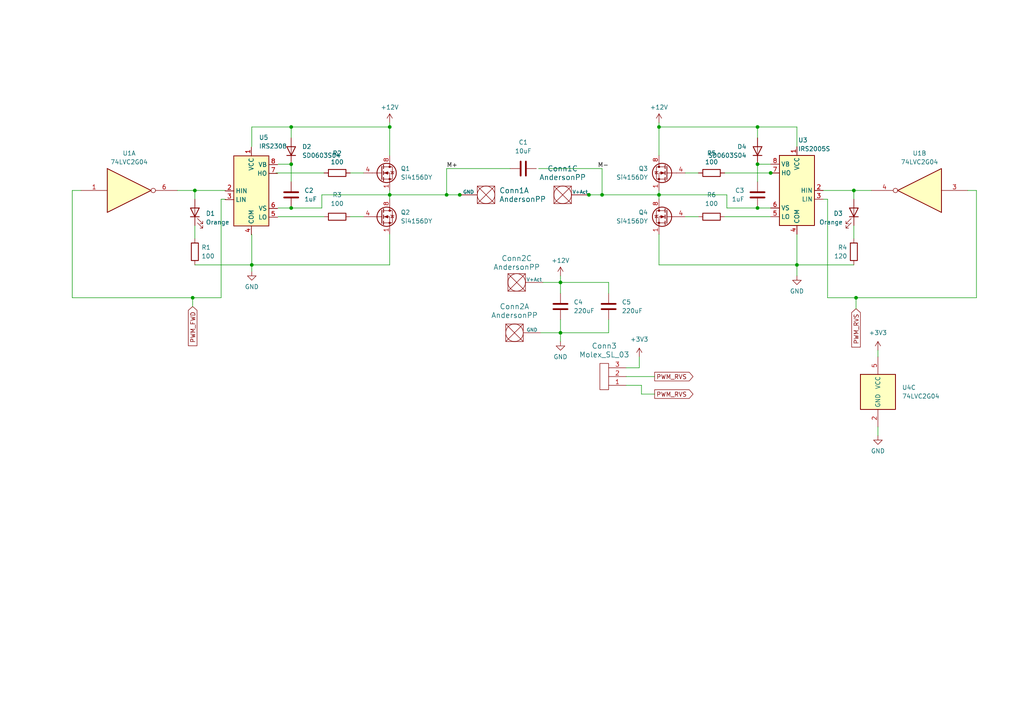
<source format=kicad_sch>
(kicad_sch (version 20230121) (generator eeschema)
  (paper "A4")
  (lib_symbols
    (symbol "74xGxx:74LVC2G04"
      (property "Reference" "U" (at 0 7.62 0))
      (property "Value" "74LVC2G04" (at 2.54 -7.62 0))
      (symbol "74LVC2G04_1_1"
        (polyline (pts (xy -7.62 6.35) (xy -7.62 -6.35) (xy 5.08 0) (xy -7.62 6.35)) (stroke (width 0.254)) (fill (type background)))
        (pin input line (at -15.24 0 0) (length 7.62) (name "~") (number "1"))
        (pin output inverted (at 12.7 0 180) (length 7.62) (name "~") (number "6"))
      )
      (symbol "74LVC2G04_2_1"
        (polyline (pts (xy -7.62 6.35) (xy -7.62 -6.35) (xy 5.08 0) (xy -7.62 6.35)) (stroke (width 0.254)) (fill (type background)))
        (pin input line (at -15.24 0 0) (length 7.62) (name "~") (number "3"))
        (pin output inverted (at 12.7 0 180) (length 7.62) (name "~") (number "4"))
      )
      (symbol "74LVC2G04_3_0"
        (rectangle (start -5.08 -5.08) (end 5.08 5.08) (stroke (width 0.254)) (fill (type background)))
      )
      (symbol "74LVC2G04_3_1"
        (pin power_in line (at 0 -10.16 90) (length 5.08) (name "GND") (number "2"))
        (pin power_in line (at 0 10.16 270) (length 5.08) (name "VCC") (number "5"))
      )
    )
    (symbol "Device:C" (pin_numbers hide) (pin_names (offset 0.254))
      (property "Reference" "C" (at 0.635 2.54 0))
      (property "Value" "C" (at 0.635 -2.54 0))
      (symbol "C_0_1"
        (polyline (pts (xy -2.032 -0.762) (xy 2.032 -0.762)) (stroke (width 0.508)))
        (polyline (pts (xy -2.032 0.762) (xy 2.032 0.762)) (stroke (width 0.508)))
      )
      (symbol "C_1_1"
        (pin passive line (at 0 3.81 270) (length 2.794) (name "~") (number "1"))
        (pin passive line (at 0 -3.81 90) (length 2.794) (name "~") (number "2"))
      )
    )
    (symbol "Device:D" (pin_numbers hide) (pin_names (offset 1.016) hide)
      (property "Reference" "D" (at 0 2.54 0))
      (property "Value" "D" (at 0 -2.54 0))
      (symbol "D_0_1"
        (polyline (pts (xy -1.27 1.27) (xy -1.27 -1.27)) (stroke (width 0.254)))
        (polyline (pts (xy 1.27 0) (xy -1.27 0)))
        (polyline (pts (xy 1.27 1.27) (xy 1.27 -1.27) (xy -1.27 0) (xy 1.27 1.27)) (stroke (width 0.254)))
      )
      (symbol "D_1_1"
        (pin passive line (at -3.81 0 0) (length 2.54) (name "K") (number "1"))
        (pin passive line (at 3.81 0 180) (length 2.54) (name "A") (number "2"))
      )
    )
    (symbol "Device:LED" (pin_numbers hide) (pin_names (offset 1.016) hide)
      (property "Reference" "D" (at 0 2.54 0))
      (property "Value" "LED" (at 0 -2.54 0))
      (symbol "LED_0_1"
        (polyline (pts (xy -1.27 -1.27) (xy -1.27 1.27)) (stroke (width 0.254)))
        (polyline (pts (xy -1.27 0) (xy 1.27 0)))
        (polyline (pts (xy 1.27 -1.27) (xy 1.27 1.27) (xy -1.27 0) (xy 1.27 -1.27)) (stroke (width 0.254)))
        (polyline (pts (xy -3.048 -0.762) (xy -4.572 -2.286) (xy -3.81 -2.286) (xy -4.572 -2.286) (xy -4.572 -1.524)))
        (polyline (pts (xy -1.778 -0.762) (xy -3.302 -2.286) (xy -2.54 -2.286) (xy -3.302 -2.286) (xy -3.302 -1.524)))
      )
      (symbol "LED_1_1"
        (pin passive line (at -3.81 0 0) (length 2.54) (name "K") (number "1"))
        (pin passive line (at 3.81 0 180) (length 2.54) (name "A") (number "2"))
      )
    )
    (symbol "Device:R" (pin_numbers hide) (pin_names (offset 0))
      (property "Reference" "R" (at 2.032 0 90))
      (property "Value" "R" (at 0 0 90))
      (symbol "R_0_1"
        (rectangle (start -1.016 -2.54) (end 1.016 2.54) (stroke (width 0.254)))
      )
      (symbol "R_1_1"
        (pin passive line (at 0 3.81 270) (length 1.27) (name "~") (number "1"))
        (pin passive line (at 0 -3.81 90) (length 1.27) (name "~") (number "2"))
      )
    )
    (symbol "Driver_FET:IRS2005S"
      (property "Reference" "U" (at 1.27 13.335 0))
      (property "Value" "IRS2005S" (at 1.27 11.43 0))
      (symbol "IRS2005S_0_1"
        (rectangle (start -5.08 -10.16) (end 5.08 10.16) (stroke (width 0.254)) (fill (type background)))
      )
      (symbol "IRS2005S_1_1"
        (pin power_in line (at 0 12.7 270) (length 2.54) (name "VCC") (number "1"))
        (pin input line (at -7.62 0 0) (length 2.54) (name "HIN") (number "2"))
        (pin input line (at -7.62 -2.54 0) (length 2.54) (name "LIN") (number "3"))
        (pin power_in line (at 0 -12.7 90) (length 2.54) (name "COM") (number "4"))
        (pin output line (at 7.62 -7.62 180) (length 2.54) (name "LO") (number "5"))
        (pin passive line (at 7.62 -5.08 180) (length 2.54) (name "VS") (number "6"))
        (pin output line (at 7.62 5.08 180) (length 2.54) (name "HO") (number "7"))
        (pin passive line (at 7.62 7.62 180) (length 2.54) (name "VB") (number "8"))
      )
    )
    (symbol "Driver_FET:IRS2308"
      (property "Reference" "U" (at 1.27 13.335 0))
      (property "Value" "IRS2308" (at 1.27 11.43 0))
      (symbol "IRS2308_0_1"
        (rectangle (start -5.08 -10.16) (end 5.08 10.16) (stroke (width 0.254)) (fill (type background)))
      )
      (symbol "IRS2308_1_1"
        (pin power_in line (at 0 12.7 270) (length 2.54) (name "VCC") (number "1"))
        (pin input line (at -7.62 0 0) (length 2.54) (name "HIN") (number "2"))
        (pin input line (at -7.62 -2.54 0) (length 2.54) (name "LIN") (number "3"))
        (pin power_in line (at 0 -12.7 90) (length 2.54) (name "COM") (number "4"))
        (pin output line (at 7.62 -7.62 180) (length 2.54) (name "LO") (number "5"))
        (pin passive line (at 7.62 -5.08 180) (length 2.54) (name "VS") (number "6"))
        (pin output line (at 7.62 5.08 180) (length 2.54) (name "HO") (number "7"))
        (pin passive line (at 7.62 7.62 180) (length 2.54) (name "VB") (number "8"))
      )
    )
    (symbol "MRDT_Connectors:AndersonPP" (pin_numbers hide) (pin_names (offset 0))
      (property "Reference" "Conn" (at 3.81 -1.27 0))
      (property "Value" "AndersonPP" (at 2.54 6.35 0))
      (symbol "AndersonPP_0_1"
        (polyline (pts (xy 0 5.08) (xy 5.08 0)))
        (polyline (pts (xy 5.08 5.08) (xy 0 0)))
        (rectangle (start 0 0) (end 5.08 5.08))
        (circle (center 2.54 2.54) (radius 2.54))
      )
      (symbol "AndersonPP_1_1"
        (pin input line (at 10.16 2.54 180) (length 5.08) (name "GND") (number "1"))
      )
      (symbol "AndersonPP_2_1"
        (pin input line (at 10.16 2.54 180) (length 5.08) (name "V+Log") (number "2"))
      )
      (symbol "AndersonPP_3_1"
        (pin input line (at 10.16 2.54 180) (length 5.08) (name "V+Act") (number "3"))
      )
      (symbol "AndersonPP_4_1"
        (pin input line (at 10.16 2.54 180) (length 5.08) (name "PV+") (number "4"))
      )
      (symbol "AndersonPP_5_1"
        (pin input line (at 10.16 2.54 180) (length 5.08) (name "~") (number "1"))
      )
    )
    (symbol "MRDT_Connectors:Molex_SL_03" (pin_names (offset 1.016))
      (property "Reference" "Conn" (at 3.81 -1.27 0))
      (property "Value" "Molex_SL_03" (at 1.27 8.89 0))
      (symbol "Molex_SL_03_0_1"
        (rectangle (start 0 7.62) (end 2.54 0))
      )
      (symbol "Molex_SL_03_1_1"
        (pin input line (at -5.08 6.35 0) (length 5.08) (name "~") (number "1"))
        (pin input line (at -5.08 3.81 0) (length 5.08) (name "~") (number "2"))
        (pin input line (at -5.08 1.27 0) (length 5.08) (name "~") (number "3"))
      )
    )
    (symbol "Transistor_FET:Si4162DY" (pin_names hide)
      (property "Reference" "Q" (at 5.08 2.54 0))
      (property "Value" "Si4162DY" (at 5.08 0 0))
      (symbol "Si4162DY_0_1"
        (polyline (pts (xy 0.254 0) (xy -2.54 0)))
        (polyline (pts (xy 0.254 1.905) (xy 0.254 -1.905)) (stroke (width 0.254)))
        (polyline (pts (xy 0.762 -1.27) (xy 0.762 -2.286)) (stroke (width 0.254)))
        (polyline (pts (xy 0.762 0.508) (xy 0.762 -0.508)) (stroke (width 0.254)))
        (polyline (pts (xy 0.762 2.286) (xy 0.762 1.27)) (stroke (width 0.254)))
        (polyline (pts (xy 2.54 2.54) (xy 2.54 1.778)))
        (polyline (pts (xy 2.54 -2.54) (xy 2.54 0) (xy 0.762 0)))
        (polyline (pts (xy 0.762 -1.778) (xy 3.302 -1.778) (xy 3.302 1.778) (xy 0.762 1.778)))
        (polyline (pts (xy 1.016 0) (xy 2.032 0.381) (xy 2.032 -0.381) (xy 1.016 0)) (fill (type outline)))
        (polyline (pts (xy 2.794 0.508) (xy 2.921 0.381) (xy 3.683 0.381) (xy 3.81 0.254)))
        (polyline (pts (xy 3.302 0.381) (xy 2.921 -0.254) (xy 3.683 -0.254) (xy 3.302 0.381)))
        (circle (center 1.651 0) (radius 2.794) (stroke (width 0.254)))
        (circle (center 2.54 -1.778) (radius 0.254) (fill (type outline)))
        (circle (center 2.54 1.778) (radius 0.254) (fill (type outline)))
      )
      (symbol "Si4162DY_1_1"
        (pin passive line (at 2.54 -5.08 90) (length 2.54) (name "S") (number "1"))
        (pin passive line (at 2.54 -5.08 90) (length 2.54) hide (name "S") (number "2"))
        (pin passive line (at 2.54 -5.08 90) (length 2.54) hide (name "S") (number "3"))
        (pin input line (at -5.08 0 0) (length 2.54) (name "G") (number "4"))
        (pin passive line (at 2.54 5.08 270) (length 2.54) hide (name "D") (number "5"))
        (pin passive line (at 2.54 5.08 270) (length 2.54) hide (name "D") (number "6"))
        (pin passive line (at 2.54 5.08 270) (length 2.54) hide (name "D") (number "7"))
        (pin passive line (at 2.54 5.08 270) (length 2.54) (name "D") (number "8"))
      )
    )
    (symbol "power:+12V" (power) (pin_names (offset 0))
      (property "Value" "+12V" (at 0 3.556 0))
      (symbol "+12V_0_1"
        (polyline (pts (xy -0.762 1.27) (xy 0 2.54)))
        (polyline (pts (xy 0 0) (xy 0 2.54)))
        (polyline (pts (xy 0 2.54) (xy 0.762 1.27)))
      )
      (symbol "+12V_1_1"
        (pin power_in line (at 0 0 90) (length 0) hide (name "+12V") (number "1"))
      )
    )
    (symbol "power:+3V3" (power) (pin_names (offset 0))
      (property "Value" "+3V3" (at 0 3.556 0))
      (symbol "+3V3_0_1"
        (polyline (pts (xy -0.762 1.27) (xy 0 2.54)))
        (polyline (pts (xy 0 0) (xy 0 2.54)))
        (polyline (pts (xy 0 2.54) (xy 0.762 1.27)))
      )
      (symbol "+3V3_1_1"
        (pin power_in line (at 0 0 90) (length 0) hide (name "+3V3") (number "1"))
      )
    )
    (symbol "power:GND" (power) (pin_names (offset 0))
      (property "Value" "GND" (at 0 -3.81 0))
      (symbol "GND_0_1"
        (polyline (pts (xy 0 0) (xy 0 -1.27) (xy 1.27 -1.27) (xy 0 -2.54) (xy -1.27 -1.27) (xy 0 -1.27)))
      )
      (symbol "GND_1_1"
        (pin power_in line (at 0 0 270) (length 0) hide (name "GND") (number "1"))
      )
    )
  )
  (junction (at 170.815 56.515))
  (junction (at 84.455 47.625))
  (junction (at 191.135 36.83))
  (junction (at 219.71 36.83))
  (junction (at 247.65 55.245))
  (junction (at 162.56 96.52))
  (junction (at 162.56 81.915))
  (junction (at 55.88 86.36))
  (junction (at 113.03 56.515))
  (junction (at 84.455 36.83))
  (junction (at 129.54 56.515))
  (junction (at 73.025 76.835))
  (junction (at 133.35 56.515))
  (junction (at 174.625 56.515))
  (junction (at 84.455 60.325))
  (junction (at 219.71 60.325))
  (junction (at 113.03 36.83))
  (junction (at 223.52 50.165))
  (junction (at 231.14 76.835))
  (junction (at 56.515 55.245))
  (junction (at 219.71 47.625))
  (junction (at 191.135 56.515))
  (junction (at 248.285 86.36))
  (wire (pts (xy 247.65 55.245) (xy 247.65 57.785)))
  (wire (pts (xy 80.645 60.325) (xy 84.455 60.325)))
  (wire (pts (xy 157.48 81.915) (xy 162.56 81.915)))
  (wire (pts (xy 191.135 76.835) (xy 231.14 76.835)))
  (wire (pts (xy 186.055 114.3) (xy 186.055 111.76)))
  (wire (pts (xy 56.515 65.405) (xy 56.515 69.215)))
  (wire (pts (xy 170.815 56.515) (xy 170.18 56.515)))
  (wire (pts (xy 247.65 55.245) (xy 238.76 55.245)))
  (wire (pts (xy 252.73 55.245) (xy 247.65 55.245)))
  (wire (pts (xy 84.455 52.705) (xy 84.455 47.625)))
  (wire (pts (xy 191.135 55.245) (xy 191.135 56.515)))
  (wire (pts (xy 210.82 56.515) (xy 191.135 56.515)))
  (wire (pts (xy 133.35 56.515) (xy 133.985 56.515)))
  (wire (pts (xy 176.53 96.52) (xy 162.56 96.52)))
  (wire (pts (xy 113.03 35.56) (xy 113.03 36.83)))
  (wire (pts (xy 181.61 109.22) (xy 189.865 109.22)))
  (wire (pts (xy 185.42 103.505) (xy 185.42 106.68)))
  (wire (pts (xy 191.135 76.835) (xy 191.135 67.945)))
  (wire (pts (xy 219.71 60.325) (xy 210.82 60.325)))
  (wire (pts (xy 113.03 45.085) (xy 113.03 36.83)))
  (wire (pts (xy 113.03 56.515) (xy 113.03 57.785)))
  (wire (pts (xy 147.955 48.895) (xy 129.54 48.895)))
  (wire (pts (xy 156.21 48.895) (xy 174.625 48.895)))
  (wire (pts (xy 223.52 62.865) (xy 210.185 62.865)))
  (wire (pts (xy 80.01 50.165) (xy 93.98 50.165)))
  (wire (pts (xy 238.76 57.785) (xy 240.03 57.785)))
  (wire (pts (xy 80.645 62.865) (xy 93.98 62.865)))
  (wire (pts (xy 186.055 114.3) (xy 189.865 114.3)))
  (wire (pts (xy 231.14 76.835) (xy 247.65 76.835)))
  (wire (pts (xy 219.71 52.705) (xy 219.71 47.625)))
  (wire (pts (xy 254.635 126.365) (xy 254.635 123.825)))
  (wire (pts (xy 186.055 111.76) (xy 181.61 111.76)))
  (wire (pts (xy 231.14 67.945) (xy 231.14 76.835)))
  (wire (pts (xy 23.495 55.245) (xy 20.955 55.245)))
  (wire (pts (xy 280.67 55.245) (xy 283.21 55.245)))
  (wire (pts (xy 84.455 36.83) (xy 84.455 40.005)))
  (wire (pts (xy 219.71 47.625) (xy 223.52 47.625)))
  (wire (pts (xy 231.14 80.01) (xy 231.14 76.835)))
  (wire (pts (xy 185.42 106.68) (xy 181.61 106.68)))
  (wire (pts (xy 248.285 89.535) (xy 248.285 86.36)))
  (wire (pts (xy 56.515 55.245) (xy 65.405 55.245)))
  (wire (pts (xy 55.88 88.9) (xy 55.88 86.36)))
  (wire (pts (xy 174.625 56.515) (xy 170.815 56.515)))
  (wire (pts (xy 73.025 76.835) (xy 113.03 76.835)))
  (wire (pts (xy 162.56 81.915) (xy 176.53 81.915)))
  (wire (pts (xy 191.135 35.56) (xy 191.135 36.83)))
  (wire (pts (xy 162.56 80.01) (xy 162.56 81.915)))
  (wire (pts (xy 219.71 36.83) (xy 219.71 40.005)))
  (wire (pts (xy 93.345 56.515) (xy 113.03 56.515)))
  (wire (pts (xy 176.53 81.915) (xy 176.53 85.09)))
  (wire (pts (xy 174.625 48.895) (xy 174.625 56.515)))
  (wire (pts (xy 73.025 76.835) (xy 73.025 78.74)))
  (wire (pts (xy 191.135 45.085) (xy 191.135 36.83)))
  (wire (pts (xy 231.14 36.83) (xy 231.14 42.545)))
  (wire (pts (xy 191.135 56.515) (xy 191.135 57.785)))
  (wire (pts (xy 219.71 36.83) (xy 191.135 36.83)))
  (wire (pts (xy 231.14 36.83) (xy 219.71 36.83)))
  (wire (pts (xy 247.65 65.405) (xy 247.65 69.215)))
  (wire (pts (xy 84.455 36.83) (xy 113.03 36.83)))
  (wire (pts (xy 73.025 67.945) (xy 73.025 76.835)))
  (wire (pts (xy 283.21 55.245) (xy 283.21 86.36)))
  (wire (pts (xy 162.56 81.915) (xy 162.56 85.09)))
  (wire (pts (xy 162.56 92.71) (xy 162.56 96.52)))
  (wire (pts (xy 223.52 60.325) (xy 219.71 60.325)))
  (wire (pts (xy 210.82 60.325) (xy 210.82 56.515)))
  (wire (pts (xy 84.455 60.325) (xy 93.345 60.325)))
  (wire (pts (xy 93.345 60.325) (xy 93.345 56.515)))
  (wire (pts (xy 20.955 86.36) (xy 55.88 86.36)))
  (wire (pts (xy 64.135 57.785) (xy 64.135 86.36)))
  (wire (pts (xy 162.56 96.52) (xy 156.845 96.52)))
  (wire (pts (xy 84.455 47.625) (xy 80.645 47.625)))
  (wire (pts (xy 224.155 50.165) (xy 223.52 50.165)))
  (wire (pts (xy 240.03 57.785) (xy 240.03 86.36)))
  (wire (pts (xy 101.6 62.865) (xy 105.41 62.865)))
  (wire (pts (xy 191.135 56.515) (xy 174.625 56.515)))
  (wire (pts (xy 51.435 55.245) (xy 56.515 55.245)))
  (wire (pts (xy 129.54 56.515) (xy 133.35 56.515)))
  (wire (pts (xy 20.955 55.245) (xy 20.955 86.36)))
  (wire (pts (xy 248.285 86.36) (xy 283.21 86.36)))
  (wire (pts (xy 162.56 96.52) (xy 162.56 99.06)))
  (wire (pts (xy 113.03 55.245) (xy 113.03 56.515)))
  (wire (pts (xy 240.03 86.36) (xy 248.285 86.36)))
  (wire (pts (xy 129.54 48.895) (xy 129.54 56.515)))
  (wire (pts (xy 223.52 50.165) (xy 210.185 50.165)))
  (wire (pts (xy 202.565 50.165) (xy 198.755 50.165)))
  (wire (pts (xy 101.6 50.165) (xy 105.41 50.165)))
  (wire (pts (xy 176.53 92.71) (xy 176.53 96.52)))
  (wire (pts (xy 65.405 57.785) (xy 64.135 57.785)))
  (wire (pts (xy 113.03 76.835) (xy 113.03 67.945)))
  (wire (pts (xy 73.025 36.83) (xy 73.025 42.545)))
  (wire (pts (xy 73.025 76.835) (xy 56.515 76.835)))
  (wire (pts (xy 56.515 55.245) (xy 56.515 57.785)))
  (wire (pts (xy 55.88 86.36) (xy 64.135 86.36)))
  (wire (pts (xy 113.03 56.515) (xy 129.54 56.515)))
  (wire (pts (xy 73.025 36.83) (xy 84.455 36.83)))
  (wire (pts (xy 254.635 101.6) (xy 254.635 103.505)))
  (wire (pts (xy 202.565 62.865) (xy 198.755 62.865)))
  (label "M-" (at 173.355 48.895 0))
  (label "M+" (at 129.54 48.895 0))
  (global_label "PWM_RVS" (shape input) (at 248.285 89.535 270) (property "Intersheetrefs" "${INTERSHEET_REFS}" (effects hide)))
  (global_label "PWM_FWD" (shape input) (at 55.88 88.9 270) (property "Intersheetrefs" "${INTERSHEET_REFS}" (effects hide)))
  (global_label "PWM_RVS" (shape output) (at 189.865 109.22 0) (property "Intersheetrefs" "${INTERSHEET_REFS}" (effects hide)))
  (global_label "PWM_RVS" (shape output) (at 189.865 114.3 0) (property "Intersheetrefs" "${INTERSHEET_REFS}" (effects hide)))
  (symbol (lib_id "Device:R") (at 97.79 62.865 90) (unit 1)
    (property "Reference" "R3" (at 97.79 56.515 90))
    (property "Value" "100" (at 97.79 59.055 90))
    (property "Footprint" "Resistor_SMD:R_0603_1608Metric_Pad0.98x0.95mm_HandSolder" (effects hide))
  )
  (symbol (lib_id "Device:R") (at 56.515 73.025 0) (unit 1)
    (property "Reference" "R1" (at 58.42 71.755 0) (effects (justify left)))
    (property "Value" "100" (at 58.42 74.295 0) (effects (justify left)))
    (property "Footprint" "Resistor_SMD:R_0603_1608Metric_Pad0.98x0.95mm_HandSolder" (effects hide))
  )
  (symbol (lib_id "MRDT_Connectors:AndersonPP") (at 143.51 53.975 180) (unit 1)
    (property "Reference" "Conn1" (at 144.78 55.245 0) (effects (font (size 1.524 1.524)) (justify right)))
    (property "Value" "AndersonPP" (at 144.78 57.785 0) (effects (font (size 1.524 1.524)) (justify right)))
  )
  (symbol (lib_id "Transistor_FET:Si4162DY") (at 193.675 62.865 0) (mirror y) (unit 1)
    (property "Reference" "Q4" (at 187.96 61.595 0) (effects (justify left)))
    (property "Value" "Si4156DY" (at 187.96 64.135 0) (effects (justify left)))
    (property "Footprint" "Package_SO:SOIC-8_3.9x4.9mm_P1.27mm" (effects hide))
    (property "Datasheet" "http://www.vishay.com/docs/68967/si4162dy.pdf" (effects hide))
  )
  (symbol (lib_id "Device:R") (at 206.375 62.865 270) (mirror x) (unit 1)
    (property "Reference" "R6" (at 206.375 56.515 90))
    (property "Value" "100" (at 206.375 59.055 90))
    (property "Footprint" "Resistor_SMD:R_0603_1608Metric_Pad0.98x0.95mm_HandSolder" (effects hide))
  )
  (symbol (lib_id "Device:LED") (at 56.515 61.595 90) (unit 1)
    (property "Reference" "D1" (at 59.69 61.9125 90) (effects (justify right)))
    (property "Value" "Orange" (at 59.69 64.4525 90) (effects (justify right)))
    (property "Footprint" "LED_SMD:LED_0603_1608Metric_Pad1.05x0.95mm_HandSolder" (effects hide))
  )
  (symbol (lib_id "Device:D") (at 84.455 43.815 90) (unit 1)
    (property "Reference" "D2" (at 87.63 42.545 90) (effects (justify right)))
    (property "Value" "SD0603S04" (at 87.63 45.085 90) (effects (justify right)))
    (property "Footprint" "Diode_SMD:D_0603_1608Metric_Pad1.05x0.95mm_HandSolder" (effects hide))
    (property "Sim.Device" "D" (effects hide))
    (property "Sim.Pins" "1=K 2=A" (effects hide))
  )
  (symbol (lib_id "Device:D") (at 219.71 43.815 270) (mirror x) (unit 1)
    (property "Reference" "D4" (at 216.535 42.545 90) (effects (justify right)))
    (property "Value" "SD0603S04" (at 216.535 45.085 90) (effects (justify right)))
    (property "Footprint" "Diode_SMD:D_0603_1608Metric_Pad1.05x0.95mm_HandSolder" (effects hide))
    (property "Sim.Device" "D" (effects hide))
    (property "Sim.Pins" "1=K 2=A" (effects hide))
  )
  (symbol (lib_id "Transistor_FET:Si4162DY") (at 110.49 50.165 0) (unit 1)
    (property "Reference" "Q1" (at 116.205 48.895 0) (effects (justify left)))
    (property "Value" "Si4156DY" (at 116.205 51.435 0) (effects (justify left)))
    (property "Footprint" "Package_SO:SOIC-8_3.9x4.9mm_P1.27mm" (effects hide))
    (property "Datasheet" "http://www.vishay.com/docs/68967/si4162dy.pdf" (effects hide))
  )
  (symbol (lib_id "74xGxx:74LVC2G04") (at 38.735 55.245 0) (unit 1)
    (property "Reference" "U1" (at 37.465 44.45 0))
    (property "Value" "74LVC2G04" (at 37.465 46.99 0))
    (property "Footprint" "Package_TO_SOT_SMD:SOT-23-6_Handsoldering" (effects hide))
    (property "Datasheet" "http://www.ti.com/lit/sg/scyt129e/scyt129e.pdf" (effects hide))
  )
  (symbol (lib_id "Device:LED") (at 247.65 61.595 270) (mirror x) (unit 1)
    (property "Reference" "D3" (at 244.475 61.9125 90) (effects (justify right)))
    (property "Value" "Orange" (at 244.475 64.4525 90) (effects (justify right)))
    (property "Footprint" "LED_SMD:LED_0603_1608Metric_Pad1.05x0.95mm_HandSolder" (effects hide))
  )
  (symbol (lib_id "power:+12V") (at 162.56 80.01 0) (unit 1)
    (property "Reference" "#PWR07" (effects hide))
    (property "Value" "+12V" (at 162.56 75.565 0))
  )
  (symbol (lib_id "Device:C") (at 219.71 56.515 0) (mirror y) (unit 1)
    (property "Reference" "C3" (at 215.9 55.245 0) (effects (justify left)))
    (property "Value" "1uF" (at 215.9 57.785 0) (effects (justify left)))
    (property "Footprint" "Capacitor_SMD:C_0603_1608Metric_Pad1.08x0.95mm_HandSolder" (effects hide))
  )
  (symbol (lib_id "Device:R") (at 206.375 50.165 270) (mirror x) (unit 1)
    (property "Reference" "R5" (at 206.375 44.45 90))
    (property "Value" "100" (at 206.375 46.99 90))
    (property "Footprint" "Resistor_SMD:R_0603_1608Metric_Pad0.98x0.95mm_HandSolder" (effects hide))
  )
  (symbol (lib_id "power:+3V3") (at 254.635 101.6 0) (mirror y) (unit 1)
    (property "Reference" "#PWR04" (effects hide))
    (property "Value" "+3V3" (at 254.635 96.52 0))
  )
  (symbol (lib_id "Device:R") (at 97.79 50.165 90) (unit 1)
    (property "Reference" "R2" (at 97.79 44.45 90))
    (property "Value" "100" (at 97.79 46.99 90))
    (property "Footprint" "Resistor_SMD:R_0603_1608Metric_Pad0.98x0.95mm_HandSolder" (effects hide))
  )
  (symbol (lib_id "power:GND") (at 254.635 126.365 0) (unit 1)
    (property "Reference" "#PWR02" (effects hide))
    (property "Value" "GND" (at 254.635 130.81 0))
  )
  (symbol (lib_id "74xGxx:74LVC2G04") (at 254.635 113.665 0) (unit 3)
    (property "Reference" "U4" (at 261.62 112.395 0) (effects (justify left)))
    (property "Value" "74LVC2G04" (at 261.62 114.935 0) (effects (justify left)))
    (property "Footprint" "Package_TO_SOT_SMD:SOT-23-6_Handsoldering" (effects hide))
    (property "Datasheet" "http://www.ti.com/lit/sg/scyt129e/scyt129e.pdf" (effects hide))
  )
  (symbol (lib_id "Device:C") (at 162.56 88.9 180) (unit 1)
    (property "Reference" "C4" (at 166.37 87.63 0) (effects (justify right)))
    (property "Value" "220uF" (at 166.37 90.17 0) (effects (justify right)))
    (property "Footprint" "Capacitor_SMD:C_0603_1608Metric_Pad1.08x0.95mm_HandSolder" (effects hide))
  )
  (symbol (lib_id "power:GND") (at 231.14 80.01 0) (unit 1)
    (property "Reference" "#PWR08" (effects hide))
    (property "Value" "GND" (at 231.14 84.455 0))
  )
  (symbol (lib_id "power:GND") (at 162.56 99.06 0) (unit 1)
    (property "Reference" "#PWR09" (effects hide))
    (property "Value" "GND" (at 162.56 103.505 0))
  )
  (symbol (lib_id "power:GND") (at 73.025 78.74 0) (unit 1)
    (property "Reference" "#PWR01" (effects hide))
    (property "Value" "GND" (at 73.025 83.185 0))
  )
  (symbol (lib_id "Driver_FET:IRS2308") (at 72.898 55.372 0) (unit 1)
    (property "Reference" "U5" (at 75.0921 39.878 0) (effects (justify left)))
    (property "Value" "IRS2308" (at 75.0921 42.418 0) (effects (justify left)))
    (property "Datasheet" "https://www.infineon.com/dgdl/irs2308.pdf?fileId=5546d462533600a40153567a98ac2804" (effects hide))
  )
  (symbol (lib_id "74xGxx:74LVC2G04") (at 265.43 55.245 180) (unit 2)
    (property "Reference" "U1" (at 266.7 44.45 0))
    (property "Value" "74LVC2G04" (at 266.7 46.99 0))
    (property "Footprint" "Package_TO_SOT_SMD:SOT-23-6_Handsoldering" (effects hide))
    (property "Datasheet" "http://www.ti.com/lit/sg/scyt129e/scyt129e.pdf" (effects hide))
  )
  (symbol (lib_id "Transistor_FET:Si4162DY") (at 110.49 62.865 0) (unit 1)
    (property "Reference" "Q2" (at 116.205 61.595 0) (effects (justify left)))
    (property "Value" "Si4156DY" (at 116.205 64.135 0) (effects (justify left)))
    (property "Footprint" "Package_SO:SOIC-8_3.9x4.9mm_P1.27mm" (effects hide))
    (property "Datasheet" "http://www.vishay.com/docs/68967/si4162dy.pdf" (effects hide))
  )
  (symbol (lib_id "Device:C") (at 151.765 48.895 90) (unit 1)
    (property "Reference" "C1" (at 151.765 41.275 90))
    (property "Value" "10uF" (at 151.765 43.815 90))
    (property "Footprint" "Capacitor_SMD:C_0603_1608Metric_Pad1.08x0.95mm_HandSolder" (effects hide))
  )
  (symbol (lib_id "power:+3V3") (at 185.42 103.505 0) (unit 1)
    (property "Reference" "#PWR06" (effects hide))
    (property "Value" "+3V3" (at 185.42 98.425 0))
  )
  (symbol (lib_id "MRDT_Connectors:Molex_SL_03") (at 176.53 105.41 180) (unit 1)
    (property "Reference" "Conn3" (at 175.26 100.33 0) (effects (font (size 1.524 1.524))))
    (property "Value" "Molex_SL_03" (at 175.26 102.87 0) (effects (font (size 1.524 1.524))))
    (property "Footprint" "MRDT_Connectors:MOLEX_SL_03_Vertical" (effects hide))
  )
  (symbol (lib_id "Device:R") (at 247.65 73.025 0) (mirror y) (unit 1)
    (property "Reference" "R4" (at 245.745 71.755 0) (effects (justify left)))
    (property "Value" "120" (at 245.745 74.295 0) (effects (justify left)))
    (property "Footprint" "Resistor_SMD:R_0603_1608Metric_Pad0.98x0.95mm_HandSolder" (effects hide))
  )
  (symbol (lib_id "Driver_FET:IRS2005S") (at 231.14 55.245 0) (mirror y) (unit 1)
    (property "Reference" "U3" (at 231.4859 40.64 0) (effects (justify right)))
    (property "Value" "IRS2005S" (at 231.4859 43.18 0) (effects (justify right)))
    (property "Footprint" "Package_SO:SOIC-8_3.9x4.9mm_P1.27mm" (effects hide))
    (property "Datasheet" "https://www.infineon.com/dgdl/Infineon-IRS2005S-DS-v02_00-EN.pdf?fileId=5546d462533600a4015364c4246229e1" (effects hide))
  )
  (symbol (lib_id "Device:C") (at 176.53 88.9 180) (unit 1)
    (property "Reference" "C5" (at 180.34 87.63 0) (effects (justify right)))
    (property "Value" "220uF" (at 180.34 90.17 0) (effects (justify right)))
    (property "Footprint" "Capacitor_SMD:C_0603_1608Metric_Pad1.08x0.95mm_HandSolder" (effects hide))
  )
  (symbol (lib_id "Device:C") (at 84.455 56.515 0) (unit 1)
    (property "Reference" "C2" (at 88.265 55.245 0) (effects (justify left)))
    (property "Value" "1uF" (at 88.265 57.785 0) (effects (justify left)))
    (property "Footprint" "Capacitor_SMD:C_0603_1608Metric_Pad1.08x0.95mm_HandSolder" (effects hide))
  )
  (symbol (lib_id "power:+12V") (at 191.135 35.56 0) (mirror y) (unit 1)
    (property "Reference" "#PWR05" (effects hide))
    (property "Value" "+12V" (at 191.135 31.115 0))
  )
  (symbol (lib_id "MRDT_Connectors:AndersonPP") (at 147.32 84.455 0) (unit 3)
    (property "Reference" "Conn2" (at 149.86 74.93 0) (effects (font (size 1.524 1.524))))
    (property "Value" "AndersonPP" (at 149.86 77.47 0) (effects (font (size 1.524 1.524))))
  )
  (symbol (lib_id "MRDT_Connectors:AndersonPP") (at 160.655 59.055 0) (unit 3)
    (property "Reference" "Conn1" (at 163.195 48.895 0) (effects (font (size 1.524 1.524))))
    (property "Value" "AndersonPP" (at 163.195 51.435 0) (effects (font (size 1.524 1.524))))
  )
  (symbol (lib_id "MRDT_Connectors:AndersonPP") (at 146.685 99.06 0) (unit 1)
    (property "Reference" "Conn2" (at 149.225 88.9 0) (effects (font (size 1.524 1.524))))
    (property "Value" "AndersonPP" (at 149.225 91.44 0) (effects (font (size 1.524 1.524))))
  )
  (symbol (lib_id "Transistor_FET:Si4162DY") (at 193.675 50.165 0) (mirror y) (unit 1)
    (property "Reference" "Q3" (at 187.96 48.895 0) (effects (justify left)))
    (property "Value" "Si4156DY" (at 187.96 51.435 0) (effects (justify left)))
    (property "Footprint" "Package_SO:SOIC-8_3.9x4.9mm_P1.27mm" (effects hide))
    (property "Datasheet" "http://www.vishay.com/docs/68967/si4162dy.pdf" (effects hide))
  )
  (symbol (lib_id "power:+12V") (at 113.03 35.56 0) (unit 1)
    (property "Reference" "#PWR03" (effects hide))
    (property "Value" "+12V" (at 113.03 31.115 0))
  )
)
</source>
